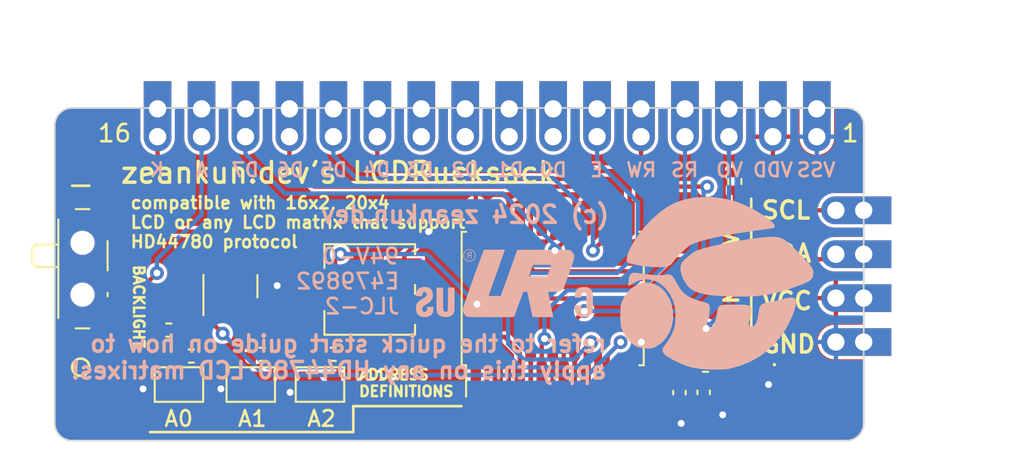
<source format=kicad_pcb>
(kicad_pcb (version 20221018) (generator pcbnew)
  (layers (0 "F.Cu" signal) (31 "B.Cu" signal) (34 "B.Paste" user) (35 "F.Paste" user) (36 "B.SilkS" user "B.Silkscreen") (37 "F.SilkS" user "F.Silkscreen") (38 "B.Mask" user) (39 "F.Mask" user) (44 "Edge.Cuts" user))
  (net 0 "")
  (net 1 "+5V")
  (net 2 "GND")
  (net 3 "Net-(D1-A)")
  (net 4 "/I2C_SCL")
  (net 5 "/I2C_SDA")
  (net 6 "Net-(J2-Pin_1)")
  (net 7 "Net-(J2-Pin_2)")
  (net 8 "/D7")
  (net 9 "/D6")
  (net 10 "/D5")
  (net 11 "/D4")
  (net 16 "/E")
  (net 17 "/RW")
  (net 18 "/RS")
  (net 19 "Net-(J2-Pin_14)")
  (net 20 "Net-(JP1-B)")
  (net 21 "Net-(JP2-B)")
  (net 22 "Net-(JP3-B)")
  (net 23 "/K")
  (footprint "Jumper:SolderJumper-2_P1.3mm_Open_TrianglePad1.0x1.5mm" (layer "F.Cu") (at 73.825 36.75)
    (fp_text reference "JP2" hide)
    (fp_text value "A1")
    (pad "1" smd custom (at -0.725 0) (size 0.3 0.3) (layers "F.Cu" "F.Mask") (net 2 "GND") (options (clearance outline) (anchor rect)) (primitives (gr_poly (pts (xy 1 0) (xy 0.5 0.75) (xy -0.5 0.75) (xy -0.5 -0.75) (xy 0.5 -0.75)) (width 0) (fill yes))))
    (pad "2" smd custom (at 0.725 0) (size 0.3 0.3) (layers "F.Cu" "F.Mask") (net 21 "Net-(JP2-B)") (options (clearance outline) (anchor rect)) (primitives (gr_poly (pts (xy 0.5 0.75) (xy -0.65 0.75) (xy -0.15 0) (xy -0.65 -0.75) (xy 0.5 -0.75)) (width 0) (fill yes))))
  )
  (footprint "Resistor_SMD:R_0402_1005Metric" (layer "F.Cu") (at 74.5 35)
    (fp_text reference "R4" hide)
    (fp_text value "1K")
    (pad "1" smd roundrect (at -0.51 0) (size 0.54 0.64) (layers "F.Cu" "F.Paste" "F.Mask") (net 1 "+5V"))
    (pad "2" smd roundrect (at 0.51 0) (size 0.54 0.64) (layers "F.Cu" "F.Paste" "F.Mask") (net 21 "Net-(JP2-B)"))
  )
  (footprint "Potentiometer_SMD:Potentiometer_Vishay_TS53YJ_Vertical" (layer "F.Cu") (at 80.7 31.25)
    (fp_text reference "RV1" hide)
    (fp_text value "Vishay_TS53YJ")
    (pad "1" smd rect (at 2 -1.15) (size 2 1.3) (layers "F.Cu" "F.Paste" "F.Mask") (net 2 "GND"))
    (pad "2" smd rect (at -2 0) (size 2 2) (layers "F.Cu" "F.Paste" "F.Mask") (net 19 "Net-(J2-Pin_14)"))
    (pad "3" smd rect (at 2 1.15) (size 2 1.3) (layers "F.Cu" "F.Paste" "F.Mask") (net 1 "+5V"))
  )
  (footprint "Resistor_SMD:R_0402_1005Metric" (layer "F.Cu") (at 100.11 35.63)
    (fp_text reference "R7" hide)
    (fp_text value "1K")
    (pad "1" smd roundrect (at -0.51 0) (size 0.54 0.64) (layers "F.Cu" "F.Paste" "F.Mask") (net 1 "+5V"))
    (pad "2" smd roundrect (at 0.51 0) (size 0.54 0.64) (layers "F.Cu" "F.Paste" "F.Mask") (net 3 "Net-(D1-A)"))
  )
  (footprint "Capacitor_SMD:C_0402_1005Metric" (layer "F.Cu") (at 98.6 37.22 -90)
    (fp_text reference "C1" hide)
    (fp_text value "0.8uF")
    (pad "1" smd roundrect (at -0.48 0 270) (size 0.56 0.62) (layers "F.Cu" "F.Paste" "F.Mask") (net 1 "+5V"))
    (pad "2" smd roundrect (at 0.48 0 270) (size 0.56 0.62) (layers "F.Cu" "F.Paste" "F.Mask") (net 2 "GND"))
  )
  (footprint "Package_SO:SOIC-16W_7.5x10.3mm_P1.27mm" (layer "F.Cu") (at 91.275 31.775 90)
    (fp_text reference "U1" hide)
    (fp_text value "PCF8574")
    (pad "1" smd roundrect (at -4.65 -4.445 90) (size 2.05 0.6) (layers "F.Cu" "F.Paste" "F.Mask") (net 22 "Net-(JP3-B)"))
    (pad "2" smd roundrect (at -4.65 -3.175 90) (size 2.05 0.6) (layers "F.Cu" "F.Paste" "F.Mask") (net 21 "Net-(JP2-B)"))
    (pad "3" smd roundrect (at -4.65 -1.905 90) (size 2.05 0.6) (layers "F.Cu" "F.Paste" "F.Mask") (net 20 "Net-(JP1-B)"))
    (pad "4" smd roundrect (at -4.65 -0.635 90) (size 2.05 0.6) (layers "F.Cu" "F.Paste" "F.Mask") (net 18 "/RS"))
    (pad "5" smd roundrect (at -4.65 0.635 90) (size 2.05 0.6) (layers "F.Cu" "F.Paste" "F.Mask") (net 17 "/RW"))
    (pad "6" smd roundrect (at -4.65 1.905 90) (size 2.05 0.6) (layers "F.Cu" "F.Paste" "F.Mask") (net 16 "/E"))
    (pad "7" smd roundrect (at -4.65 3.175 90) (size 2.05 0.6) (layers "F.Cu" "F.Paste" "F.Mask") (net 23 "/K"))
    (pad "8" smd roundrect (at -4.65 4.445 90) (size 2.05 0.6) (layers "F.Cu" "F.Paste" "F.Mask") (net 2 "GND"))
    (pad "9" smd roundrect (at 4.65 4.445 90) (size 2.05 0.6) (layers "F.Cu" "F.Paste" "F.Mask") (net 11 "/D4"))
    (pad "10" smd roundrect (at 4.65 3.175 90) (size 2.05 0.6) (layers "F.Cu" "F.Paste" "F.Mask") (net 10 "/D5"))
    (pad "11" smd roundrect (at 4.65 1.905 90) (size 2.05 0.6) (layers "F.Cu" "F.Paste" "F.Mask") (net 9 "/D6"))
    (pad "12" smd roundrect (at 4.65 0.635 90) (size 2.05 0.6) (layers "F.Cu" "F.Paste" "F.Mask") (net 8 "/D7"))
    (pad "13" smd roundrect (at 4.65 -0.635 90) (size 2.05 0.6) (layers "F.Cu" "F.Paste" "F.Mask"))
    (pad "14" smd roundrect (at 4.65 -1.905 90) (size 2.05 0.6) (layers "F.Cu" "F.Paste" "F.Mask") (net 4 "/I2C_SCL"))
    (pad "15" smd roundrect (at 4.65 -3.175 90) (size 2.05 0.6) (layers "F.Cu" "F.Paste" "F.Mask") (net 5 "/I2C_SDA"))
    (pad "16" smd roundrect (at 4.65 -4.445 90) (size 2.05 0.6) (layers "F.Cu" "F.Paste" "F.Mask") (net 1 "+5V"))
  )
  (footprint "Resistor_SMD:R_0402_1005Metric" (layer "F.Cu") (at 70.39 35.1)
    (fp_text reference "R5" hide)
    (fp_text value "1K")
    (pad "1" smd roundrect (at -0.51 0) (size 0.54 0.64) (layers "F.Cu" "F.Paste" "F.Mask") (net 1 "+5V"))
    (pad "2" smd roundrect (at 0.51 0) (size 0.54 0.64) (layers "F.Cu" "F.Paste" "F.Mask") (net 22 "Net-(JP3-B)"))
  )
  (footprint "LED_SMD:LED_0402_1005Metric" (layer "F.Cu") (at 103 35.6 180)
    (fp_text reference "D1" hide)
    (fp_text value "BLUE")
    (pad "1" smd roundrect (at -0.485 0 180) (size 0.59 0.64) (layers "F.Cu" "F.Paste" "F.Mask") (net 2 "GND"))
    (pad "2" smd roundrect (at 0.485 0 180) (size 0.59 0.64) (layers "F.Cu" "F.Paste" "F.Mask") (net 3 "Net-(D1-A)"))
  )
  (footprint "Button_Switch_SMD:SW_SPDT_PCM12" (layer "F.Cu") (at 64.43 30.05 -90)
    (fp_text reference "SW1" hide)
    (fp_text value "SPDT_PCM12")
    (pad "" smd rect (at -3.65 -0.78 270) (size 1 0.8) (layers "F.Cu" "F.Paste" "F.Mask"))
    (pad "" smd rect (at -3.65 1.43 270) (size 1 0.8) (layers "F.Cu" "F.Paste" "F.Mask"))
    (pad "" np_thru_hole circle (at -1.5 0.33 270) (size 0.9 0.9) (drill 0.9) (layers "*.Cu" "*.Mask"))
    (pad "" np_thru_hole circle (at 1.5 0.33 270) (size 0.9 0.9) (drill 0.9) (layers "*.Cu" "*.Mask"))
    (pad "" smd rect (at 3.65 -0.78 270) (size 1 0.8) (layers "F.Cu" "F.Paste" "F.Mask"))
    (pad "" smd rect (at 3.65 1.43 270) (size 1 0.8) (layers "F.Cu" "F.Paste" "F.Mask"))
    (pad "1" smd rect (at -2.25 -1.43 270) (size 0.7 1.5) (layers "F.Cu" "F.Paste" "F.Mask") (net 1 "+5V"))
    (pad "2" smd rect (at 0.75 -1.43 270) (size 0.7 1.5) (layers "F.Cu" "F.Paste" "F.Mask") (net 7 "Net-(J2-Pin_2)"))
    (pad "3" smd rect (at 2.25 -1.43 270) (size 0.7 1.5) (layers "F.Cu" "F.Paste" "F.Mask"))
  )
  (footprint "Resistor_SMD:R_0402_1005Metric" (layer "F.Cu") (at 78.59 35)
    (fp_text reference "R3" hide)
    (fp_text value "1K")
    (pad "1" smd roundrect (at -0.51 0) (size 0.54 0.64) (layers "F.Cu" "F.Paste" "F.Mask") (net 1 "+5V"))
    (pad "2" smd roundrect (at 0.51 0) (size 0.54 0.64) (layers "F.Cu" "F.Paste" "F.Mask") (net 20 "Net-(JP1-B)"))
  )
  (footprint "Resistor_SMD:R_0402_1005Metric" (layer "F.Cu") (at 101.8 25 -90)
    (fp_text reference "R2" hide)
    (fp_text value "4.7K")
    (pad "1" smd roundrect (at -0.51 0 270) (size 0.54 0.64) (layers "F.Cu" "F.Paste" "F.Mask") (net 1 "+5V"))
    (pad "2" smd roundrect (at 0.51 0 270) (size 0.54 0.64) (layers "F.Cu" "F.Paste" "F.Mask") (net 4 "/I2C_SCL"))
  )
  (footprint "Jumper:SolderJumper-2_P1.3mm_Open_TrianglePad1.0x1.5mm" (layer "F.Cu") (at 69.675 36.75)
    (fp_text reference "JP3" hide)
    (fp_text value "A0")
    (pad "1" smd custom (at -0.725 0) (size 0.3 0.3) (layers "F.Cu" "F.Mask") (net 2 "GND") (options (clearance outline) (anchor rect)) (primitives (gr_poly (pts (xy 1 0) (xy 0.5 0.75) (xy -0.5 0.75) (xy -0.5 -0.75) (xy 0.5 -0.75)) (width 0) (fill yes))))
    (pad "2" smd custom (at 0.725 0) (size 0.3 0.3) (layers "F.Cu" "F.Mask") (net 22 "Net-(JP3-B)") (options (clearance outline) (anchor rect)) (primitives (gr_poly (pts (xy 0.5 0.75) (xy -0.65 0.75) (xy -0.15 0) (xy -0.65 -0.75) (xy 0.5 -0.75)) (width 0) (fill yes))))
  )
  (footprint "Resistor_SMD:R_0402_1005Metric" (layer "F.Cu") (at 99.39 30.6 180)
    (fp_text reference "R1" hide)
    (fp_text value "4.7K")
    (pad "1" smd roundrect (at -0.51 0 180) (size 0.54 0.64) (layers "F.Cu" "F.Paste" "F.Mask") (net 1 "+5V"))
    (pad "2" smd roundrect (at 0.51 0 180) (size 0.54 0.64) (layers "F.Cu" "F.Paste" "F.Mask") (net 5 "/I2C_SDA"))
  )
  (footprint "Capacitor_SMD:C_0402_1005Metric" (layer "F.Cu") (at 100 37.2 -90)
    (fp_text reference "C2" hide)
    (fp_text value "0.8uF")
    (pad "1" smd roundrect (at -0.48 0 270) (size 0.56 0.62) (layers "F.Cu" "F.Paste" "F.Mask") (net 1 "+5V"))
    (pad "2" smd roundrect (at 0.48 0 270) (size 0.56 0.62) (layers "F.Cu" "F.Paste" "F.Mask") (net 2 "GND"))
  )
  (footprint "Package_TO_SOT_SMD:SOT-23" (layer "F.Cu") (at 72.65 31.0625 90)
    (fp_text reference "Q1" hide)
    (fp_text value "BC847")
    (pad "1" smd roundrect (at -0.9375 -0.95 90) (size 1.475 0.6) (layers "F.Cu" "F.Paste" "F.Mask") (net 23 "/K"))
    (pad "2" smd roundrect (at -0.9375 0.95 90) (size 1.475 0.6) (layers "F.Cu" "F.Paste" "F.Mask") (net 2 "GND"))
    (pad "3" smd roundrect (at 0.9375 0 90) (size 1.475 0.6) (layers "F.Cu" "F.Paste" "F.Mask") (net 6 "Net-(J2-Pin_1)"))
  )
  (footprint "SMD-TH-Connector:Conn_01x04_2.54mm" (layer "F.Cu") (at 109.39 30.58 180)
    (fp_text reference "J1" hide)
    (fp_text value "I2C_INTERFACE")
    (pad "1" thru_hole rect (at 0.14 -3.71 180) (size 3.2 1.6) (drill 1) (layers "*.Cu" "*.Mask") (net 2 "GND"))
    (pad "1" thru_hole oval (at 1.75 -3.71 180) (size 1.7 1.6) (drill 1) (layers "*.Cu" "*.Mask") (net 2 "GND"))
    (pad "2" thru_hole rect (at 0.14 -1.17 180) (size 3.2 1.6) (drill 1) (layers "*.Cu" "*.Mask") (net 1 "+5V"))
    (pad "2" thru_hole oval (at 1.75 -1.17 180) (size 1.7 1.6) (drill 1) (layers "*.Cu" "*.Mask") (net 1 "+5V"))
    (pad "3" thru_hole rect (at 0.14 1.37 180) (size 3.2 1.6) (drill 1) (layers "*.Cu" "*.Mask") (net 5 "/I2C_SDA"))
    (pad "3" thru_hole oval (at 1.75 1.37 180) (size 1.7 1.6) (drill 1) (layers "*.Cu" "*.Mask") (net 5 "/I2C_SDA"))
    (pad "4" thru_hole rect (at 0.14 3.91 180) (size 3.2 1.6) (drill 1) (layers "*.Cu" "*.Mask") (net 4 "/I2C_SCL"))
    (pad "4" thru_hole oval (at 1.75 3.91 180) (size 1.7 1.6) (drill 1) (layers "*.Cu" "*.Mask") (net 4 "/I2C_SCL"))
  )
  (footprint "Resistor_SMD:R_0402_1005Metric" (layer "F.Cu") (at 69.09 33.6)
    (fp_text reference "R6" hide)
    (fp_text value "4.7K")
    (pad "1" smd roundrect (at -0.51 0) (size 0.54 0.64) (layers "F.Cu" "F.Paste" "F.Mask") (net 1 "+5V"))
    (pad "2" smd roundrect (at 0.51 0) (size 0.54 0.64) (layers "F.Cu" "F.Paste" "F.Mask") (net 23 "/K"))
  )
  (footprint "Jumper:SolderJumper-2_P1.3mm_Open_TrianglePad1.0x1.5mm" (layer "F.Cu") (at 77.825 36.75)
    (fp_text reference "JP1" hide)
    (fp_text value "A2")
    (pad "1" smd custom (at -0.725 0) (size 0.3 0.3) (layers "F.Cu" "F.Mask") (net 2 "GND") (options (clearance outline) (anchor rect)) (primitives (gr_poly (pts (xy 1 0) (xy 0.5 0.75) (xy -0.5 0.75) (xy -0.5 -0.75) (xy 0.5 -0.75)) (width 0) (fill yes))))
    (pad "2" smd custom (at 0.725 0) (size 0.3 0.3) (layers "F.Cu" "F.Mask") (net 20 "Net-(JP1-B)") (options (clearance outline) (anchor rect)) (primitives (gr_poly (pts (xy 0.5 0.75) (xy -0.65 0.75) (xy -0.15 0) (xy -0.65 -0.75) (xy 0.5 -0.75)) (width 0) (fill yes))))
  )
  (footprint "SMD-TH-Connector:Conn_01x16_2.54mm" (layer "B.Cu") (at 86.05 21.55 -90)
    (fp_text reference "J2" hide)
    (fp_text value "LCD_INTERFACE")
    (pad "1" thru_hole rect (at -0.75 17.61 270) (size 3.2 1.6) (drill 1) (layers "*.Cu" "*.Mask") (net 6 "Net-(J2-Pin_1)"))
    (pad "1" thru_hole oval (at 0.86 17.61 270) (size 1.7 1.6) (drill 1) (layers "*.Cu" "*.Mask") (net 6 "Net-(J2-Pin_1)"))
    (pad "2" thru_hole rect (at -0.75 15.07 270) (size 3.2 1.6) (drill 1) (layers "*.Cu" "*.Mask") (net 7 "Net-(J2-Pin_2)"))
    (pad "2" thru_hole oval (at 0.86 15.07 270) (size 1.7 1.6) (drill 1) (layers "*.Cu" "*.Mask") (net 7 "Net-(J2-Pin_2)"))
    (pad "3" thru_hole rect (at -0.75 12.53 270) (size 3.2 1.6) (drill 1) (layers "*.Cu" "*.Mask") (net 8 "/D7"))
    (pad "3" thru_hole oval (at 0.86 12.53 270) (size 1.7 1.6) (drill 1) (layers "*.Cu" "*.Mask") (net 8 "/D7"))
    (pad "4" thru_hole rect (at -0.75 9.99 270) (size 3.2 1.6) (drill 1) (layers "*.Cu" "*.Mask") (net 9 "/D6"))
    (pad "4" thru_hole oval (at 0.86 9.99 270) (size 1.7 1.6) (drill 1) (layers "*.Cu" "*.Mask") (net 9 "/D6"))
    (pad "5" thru_hole rect (at -0.75 7.45 270) (size 3.2 1.6) (drill 1) (layers "*.Cu" "*.Mask") (net 10 "/D5"))
    (pad "5" thru_hole oval (at 0.86 7.45 270) (size 1.7 1.6) (drill 1) (layers "*.Cu" "*.Mask") (net 10 "/D5"))
    (pad "6" thru_hole rect (at -0.75 4.91 270) (size 3.2 1.6) (drill 1) (layers "*.Cu" "*.Mask") (net 11 "/D4"))
    (pad "6" thru_hole oval (at 0.86 4.91 270) (size 1.7 1.6) (drill 1) (layers "*.Cu" "*.Mask") (net 11 "/D4"))
    (pad "7" thru_hole rect (at -0.75 2.37 270) (size 3.2 1.6) (drill 1) (layers "*.Cu" "*.Mask"))
    (pad "7" thru_hole oval (at 0.86 2.37 270) (size 1.7 1.6) (drill 1) (layers "*.Cu" "*.Mask"))
    (pad "8" thru_hole rect (at -0.75 -0.17 270) (size 3.2 1.6) (drill 1) (layers "*.Cu" "*.Mask"))
    (pad "8" thru_hole oval (at 0.86 -0.17 270) (size 1.7 1.6) (drill 1) (layers "*.Cu" "*.Mask"))
    (pad "9" thru_hole rect (at -0.75 -2.71 270) (size 3.2 1.6) (drill 1) (layers "*.Cu" "*.Mask"))
    (pad "9" thru_hole oval (at 0.86 -2.71 270) (size 1.7 1.6) (drill 1) (layers "*.Cu" "*.Mask"))
    (pad "10" thru_hole rect (at -0.75 -5.25 270) (size 3.2 1.6) (drill 1) (layers "*.Cu" "*.Mask"))
    (pad "10" thru_hole oval (at 0.86 -5.25 270) (size 1.7 1.6) (drill 1) (layers "*.Cu" "*.Mask"))
    (pad "11" thru_hole rect (at -0.75 -7.79 270) (size 3.2 1.6) (drill 1) (layers "*.Cu" "*.Mask") (net 16 "/E"))
    (pad "11" thru_hole oval (at 0.86 -7.79 270) (size 1.7 1.6) (drill 1) (layers "*.Cu" "*.Mask") (net 16 "/E"))
    (pad "12" thru_hole rect (at -0.75 -10.33 270) (size 3.2 1.6) (drill 1) (layers "*.Cu" "*.Mask") (net 17 "/RW"))
    (pad "12" thru_hole oval (at 0.86 -10.33 270) (size 1.7 1.6) (drill 1) (layers "*.Cu" "*.Mask") (net 17 "/RW"))
    (pad "13" thru_hole rect (at -0.75 -12.87 270) (size 3.2 1.6) (drill 1) (layers "*.Cu" "*.Mask") (net 18 "/RS"))
    (pad "13" thru_hole oval (at 0.86 -12.87 270) (size 1.7 1.6) (drill 1) (layers "*.Cu" "*.Mask") (net 18 "/RS"))
    (pad "14" thru_hole rect (at -0.75 -15.41 270) (size 3.2 1.6) (drill 1) (layers "*.Cu" "*.Mask") (net 19 "Net-(J2-Pin_14)"))
    (pad "14" thru_hole oval (at 0.86 -15.41 270) (size 1.7 1.6) (drill 1) (layers "*.Cu" "*.Mask") (net 19 "Net-(J2-Pin_14)"))
    (pad "15" thru_hole rect (at -0.75 -17.95 270) (size 3.2 1.6) (drill 1) (layers "*.Cu" "*.Mask") (net 1 "+5V"))
    (pad "15" thru_hole oval (at 0.86 -17.95 270) (size 1.7 1.6) (drill 1) (layers "*.Cu" "*.Mask") (net 1 "+5V"))
    (pad "16" thru_hole rect (at -0.75 -20.49 270) (size 3.2 1.6) (drill 1) (layers "*.Cu" "*.Mask") (net 2 "GND"))
    (pad "16" thru_hole oval (at 0.86 -20.49 270) (size 1.7 1.6) (drill 1) (layers "*.Cu" "*.Mask") (net 2 "GND"))
  )
  (footprint "LOGO" (layer "B.Cu") (at 88.5 31 180)
    (fp_text reference "G***" hide)
    (fp_text value "LOGO" hide)
  )
  (footprint "LOGO" (layer "B.Cu") (at 100.75 30.9 180)
    (fp_text reference "G***" hide)
    (fp_text value "LOGO" hide)
  )
  (gr_line (start 64.5 25.25) (end 63.5 25.25) (stroke (width 0.15)) (layer "F.SilkS"))
  (gr_line (start 79.75 39.5) (end 79.5 39.5) (stroke (width 0.15)) (layer "F.SilkS"))
  (gr_line (start 79.75 38) (end 79.75 39.5) (stroke (width 0.15)) (layer "F.SilkS"))
  (gr_circle (center 64 35.75) (end 64.5 35.75) (stroke (width 0.15)) (fill none) (layer "F.SilkS"))
  (gr_line (start 68 39.5) (end 79.5 39.5) (stroke (width 0.15)) (layer "F.SilkS"))
  (gr_line (start 86 38) (end 79.75 38) (stroke (width 0.15)) (layer "F.SilkS"))
  (gr_line (start 102.75 26) (end 102.75 35) (stroke (width 0.15)) (layer "F.SilkS"))
  (gr_arc (start 62.5 21.75) (mid 62.792893 21.042893) (end 63.5 20.75) (stroke (width 0.1)) (layer "Edge.Cuts"))
  (gr_arc (start 109.25 38.992893) (mid 108.957107 39.7) (end 108.25 39.992893) (stroke (width 0.1)) (layer "Edge.Cuts"))
  (gr_line (start 108.25 20.75) (end 63.5 20.75) (stroke (width 0.1)) (layer "Edge.Cuts"))
  (gr_arc (start 63.5 39.992893) (mid 62.792893 39.7) (end 62.5 38.992893) (stroke (width 0.1)) (layer "Edge.Cuts"))
  (gr_arc (start 108.25 20.75) (mid 108.957107 21.042893) (end 109.25 21.75) (stroke (width 0.1)) (layer "Edge.Cuts"))
  (gr_line (start 63.5 39.992893) (end 108.25 39.992893) (stroke (width 0.1)) (layer "Edge.Cuts"))
  (gr_line (start 62.5 21.75) (end 62.5 38.992893) (stroke (width 0.1)) (layer "Edge.Cuts"))
  (gr_line (start 109.25 38.992893) (end 109.25 21.75) (stroke (width 0.1)) (layer "Edge.Cuts"))
  (gr_text "VSS" (at 106.5 24.8) (layer "B.SilkS") (effects (font (size 0.8 0.8)) (justify bottom mirror)))
  (gr_text "D5" (at 78.6 24.8) (layer "B.SilkS") (effects (font (size 0.8 0.8)) (justify bottom mirror)))
  (gr_text "D2" (at 86.2 24.8) (layer "B.SilkS") (effects (font (size 0.8 0.8)) (justify bottom mirror)))
  (gr_text "refer to the quick start guide on how to\napply this on any HD44780 LCD matrixes!" (at 94.5 36.5) (layer "B.SilkS") (effects (font (size 0.96 0.96) (thickness 0.2) bold) (justify left bottom mirror)))
  (gr_text "D3" (at 83.6 24.8) (layer "B.SilkS") (effects (font (size 0.8 0.8)) (justify bottom mirror)))
  (gr_text "D7" (at 73.5 24.8) (layer "B.SilkS") (effects (font (size 0.8 0.8)) (justify bottom mirror)))
  (gr_text "E" (at 93.8 24.8) (layer "B.SilkS") (effects (font (size 0.8 0.8)) (justify bottom mirror)))
  (gr_text "D4" (at 81.1 24.8) (layer "B.SilkS") (effects (font (size 0.8 0.8)) (justify bottom mirror)))
  (gr_text "VDD" (at 104 24.8) (layer "B.SilkS") (effects (font (size 0.8 0.8)) (justify bottom mirror)))
  (gr_text "D0" (at 91.3 24.8) (layer "B.SilkS") (effects (font (size 0.8 0.8)) (justify bottom mirror)))
  (gr_text "94V-0\nE479892\nJLC-2" (at 82.5 32.75) (layer "B.SilkS") (effects (font (size 0.9 0.9)) (justify left bottom mirror)))
  (gr_text "VO" (at 101.5 24.8) (layer "B.SilkS") (effects (font (size 0.8 0.8)) (justify bottom mirror)))
  (gr_text "D6" (at 76.1 24.8) (layer "B.SilkS") (effects (font (size 0.8 0.8)) (justify bottom mirror)))
  (gr_text "D1" (at 88.8 24.8) (layer "B.SilkS") (effects (font (size 0.8 0.8)) (justify bottom mirror)))
  (gr_text "RW" (at 96.4 24.8) (layer "B.SilkS") (effects (font (size 0.8 0.8)) (justify bottom mirror)))
  (gr_text "RS" (at 98.9 24.8) (layer "B.SilkS") (effects (font (size 0.8 0.8)) (justify bottom mirror)))
  (gr_text "(c) 2024 zeankun.dev" (at 94.65 27.5) (layer "B.SilkS") (effects (font (size 1 1) (thickness 0.2) bold) (justify left bottom mirror)))
  (gr_text "K" (at 68.4 24.8) (layer "B.SilkS") (effects (font (size 0.8 0.8)) (justify bottom mirror)))
  (gr_text "A" (at 71 24.8) (layer "B.SilkS") (effects (font (size 0.8 0.8)) (justify bottom mirror)))
  (gr_text "SDA" (at 103.25 29.75) (layer "F.SilkS") (effects (font (size 1 1) (thickness 0.2) bold) (justify left bottom)))
  (gr_text "16" (at 64.9 22.8) (layer "F.SilkS") (effects (font (size 1 1)) (justify left bottom)))
  (gr_text "zeankun.dev's LCDRucksack" (at 66.2 25.2) (layer "F.SilkS") (effects (font (size 1.2 1.2) (thickness 0.2) bold) (justify left bottom)))
  (gr_text "SCL" (at 103.25 27.25) (layer "F.SilkS") (effects (font (size 1 1) (thickness 0.2) bold) (justify left bottom)))
  (gr_text "CONNECTIVITY" (at 102.08 34.66 90) (layer "F.SilkS") (effects (font (size 0.8 0.8) (thickness 0.2) bold) (justify left bottom)))
  (gr_text "A1" (at 73 39.25) (layer "F.SilkS") (effects (font (size 0.9 0.9)) (justify left bottom)))
  (gr_text "VCC" (at 103.25 32.5) (layer "F.SilkS") (effects (font (size 1 1) (thickness 0.2) bold) (justify left bottom)))
  (gr_text "A0" (at 68.75 39.25) (layer "F.SilkS") (effects (font (size 0.9 0.9)) (justify left bottom)))
  (gr_text "compatible with 16x2, 20x4\nLCD or any LCD matrix that support\nHD44780 protocol" (at 66.8 28.9) (layer "F.SilkS") (effects (font (size 0.7 0.7)) (justify left bottom)))
  (gr_text "GND" (at 103.25 35) (layer "F.SilkS") (effects (font (size 1 1) (thickness 0.2) bold) (justify left bottom)))
  (gr_text "ADDRESS \nDEFINITIONS" (at 80 37.5) (layer "F.SilkS") (effects (font (size 0.6 0.6)) (justify left bottom)))
  (gr_text "1" (at 107.9 22.8) (layer "F.SilkS") (effects (font (size 1 1)) (justify left bottom)))
  (gr_text "BACKLIGHT" (at 67 29.75 -90) (layer "F.SilkS") (effects (font (size 0.6 0.6)) (justify left bottom)))
  (gr_text "A2" (at 77 39.25) (layer "F.SilkS") (effects (font (size 0.9 0.9)) (justify left bottom)))
  (segment (start 76.3 37) (end 77.1 37) (width 0.25) (layer "F.Cu") (net 2))
  (segment (start 100.28 37.68) (end 101.1 38.5) (width 0.25) (layer "F.Cu") (net 2))
  (segment (start 98.6 38.9) (end 98.7 39) (width 0.25) (layer "F.Cu") (net 2))
  (segment (start 96.4 34.3) (end 95.72 34.98) (width 0.25) (layer "F.Cu") (net 2))
  (segment (start 103.75 36.75) (end 103.75 35.865) (width 0.25) (layer "F.Cu") (net 2))
  (segment (start 72.1 37) (end 73.1 37) (width 0.25) (layer "F.Cu") (net 2))
  (segment (start 76.1 37.2) (end 76.3 37) (width 0.25) (layer "F.Cu") (net 2))
  (segment (start 74.575 31.025) (end 73.6 32) (width 0.25) (layer "F.Cu") (net 2))
  (segment (start 103.75 35.865) (end 103.485 35.6) (width 0.25) (layer "F.Cu") (net 2))
  (segment (start 84.1 27.9) (end 82.7 29.3) (width 0.25) (layer "F.Cu") (net 2))
  (segment (start 100 37.68) (end 100.28 37.68) (width 0.25) (layer "F.Cu") (net 2))
  (segment (start 68.95 37) (end 67.6 37) (width 0.25) (layer "F.Cu") (net 2))
  (segment (start 95.72 34.98) (end 95.72 36.425) (width 0.25) (layer "F.Cu") (net 2))
  (segment (start 98.6 37.7) (end 98.6 38.9) (width 0.25) (layer "F.Cu") (net 2))
  (segment (start 82.7 29.3) (end 82.7 30.1) (width 0.25) (layer "F.Cu") (net 2))
  (segment (start 75.35 31.025) (end 74.575 31.025) (width 0.25) (layer "F.Cu") (net 2))
  (via (at 75.35 31.025) (size 0.8) (drill 0.4) (layers "F.Cu" "B.Cu") (net 2))
  (via (at 103.75 36.75) (size 0.8) (drill 0.4) (layers "F.Cu" "B.Cu") (net 2))
  (via (at 72.1 37) (size 0.8) (drill 0.4) (layers "F.Cu" "B.Cu") (net 2))
  (via (at 67.6 37) (size 0.8) (drill 0.4) (layers "F.Cu" "B.Cu") (net 2))
  (via (at 76.1 37.2) (size 0.8) (drill 0.4) (layers "F.Cu" "B.Cu") (net 2))
  (via (at 101.1 38.5) (size 0.8) (drill 0.4) (layers "F.Cu" "B.Cu") (net 2))
  (via (at 84.1 27.9) (size 0.8) (drill 0.4) (layers "F.Cu" "B.Cu") (net 2))
  (via (at 98.7 39) (size 0.8) (drill 0.4) (layers "F.Cu" "B.Cu") (net 2))
  (via (at 96.4 34.3) (size 0.8) (drill 0.4) (layers "F.Cu" "B.Cu") (net 2))
  (segment (start 100.62 35.63) (end 101.57 35.63) (width 0.25) (layer "F.Cu") (net 3))
  (segment (start 101.57 35.63) (end 101.6 35.6) (width 0.25) (layer "F.Cu") (net 3))
  (segment (start 101.6 35.6) (end 102.515 35.6) (width 0.25) (layer "F.Cu") (net 3))
  (segment (start 105.7 26.67) (end 107.64 26.67) (width 0.25) (layer "F.Cu") (net 4))
  (segment (start 90.2 30.2) (end 96.4 30.2) (width 0.25) (layer "F.Cu") (net 4))
  (segment (start 89.37 29.37) (end 90.2 30.2) (width 0.25) (layer "F.Cu") (net 4))
  (segment (start 102.1 26.67) (end 105.7 26.67) (width 0.25) (layer "F.Cu") (net 4))
  (segment (start 96.4 30.2) (end 99.93 26.67) (width 0.25) (layer "F.Cu") (net 4))
  (segment (start 89.37 26.5) (end 89.37 29.37) (width 0.25) (layer "F.Cu") (net 4))
  (segment (start 101.8 26.37) (end 102.1 26.67) (width 0.25) (layer "F.Cu") (net 4))
  (segment (start 99.93 26.67) (end 102.1 26.67) (width 0.25) (layer "F.Cu") (net 4))
  (segment (start 101.8 25.51) (end 101.8 26.37) (width 0.25) (layer "F.Cu") (net 4))
  (segment (start 97.7 30.3) (end 96.9 31.1) (width 0.25) (layer "F.Cu") (net 5))
  (segment (start 106.2 29.5) (end 98.5 29.5) (width 0.25) (layer "F.Cu") (net 5))
  (segment (start 107.35 29.5) (end 106.2 29.5) (width 0.25) (layer "F.Cu") (net 5))
  (segment (start 98.88 30.6) (end 98 30.6) (width 0.25) (layer "F.Cu") (net 5))
  (segment (start 88.1 29.4) (end 88.1 26.5) (width 0.25) (layer "F.Cu") (net 5))
  (segment (start 98.5 29.5) (end 97.7 30.3) (width 0.25) (layer "F.Cu") (net 5))
  (segment (start 107.64 29.21) (end 107.35 29.5) (width 0.25) (layer "F.Cu") (net 5))
  (segment (start 98 30.6) (end 97.7 30.3) (width 0.25) (layer "F.Cu") (net 5))
  (segment (start 89.8 31.1) (end 88.1 29.4) (width 0.25) (layer "F.Cu") (net 5))
  (segment (start 96.9 31.1) (end 89.8 31.1) (width 0.25) (layer "F.Cu") (net 5))
  (segment (start 68.44 26.94) (end 68.44 22.6) (width 0.25) (layer "F.Cu") (net 6))
  (segment (start 69.4 27.9) (end 68.44 26.94) (width 0.25) (layer "F.Cu") (net 6))
  (segment (start 70.9 27.9) (end 69.4 27.9) (width 0.25) (layer "F.Cu") (net 6))
  (segment (start 72.5 29.5) (end 70.9 27.9) (width 0.25) (layer "F.Cu") (net 6))
  (segment (start 67.9 30.8) (end 65.86 30.8) (width 0.25) (layer "F.Cu") (net 7))
  (segment (start 68.4 30.3) (end 67.9 30.8) (width 0.25) (layer "F.Cu") (net 7))
  (via (at 68.4 30.3) (size 0.8) (drill 0.4) (layers "F.Cu" "B.Cu") (net 7))
  (segment (start 68.4 30.3) (end 68.4 29.5) (width 0.25) (layer "B.Cu") (net 7))
  (segment (start 68.4 29.5) (end 70.98 26.92) (width 0.25) (layer "B.Cu") (net 7))
  (segment (start 70.98 26.92) (end 70.98 22.6) (width 0.25) (layer "B.Cu") (net 7))
  (segment (start 91.4 29) (end 91.91 28.49) (width 0.25) (layer "F.Cu") (net 8))
  (segment (start 91.91 28.49) (end 91.91 27.125) (width 0.25) (layer "F.Cu") (net 8))
  (via (at 91.4 29) (size 0.8) (drill 0.4) (layers "F.Cu" "B.Cu") (net 8))
  (segment (start 75.8 25.7) (end 73.52 23.42) (width 0.25) (layer "B.Cu") (net 8))
  (segment (start 91.4 29) (end 91.4 28.7) (width 0.25) (layer "B.Cu") (net 8))
  (segment (start 73.52 23.42) (end 73.52 22.6) (width 0.25) (layer "B.Cu") (net 8))
  (segment (start 88.4 25.7) (end 75.8 25.7) (width 0.25) (layer "B.Cu") (net 8))
  (segment (start 91.4 28.7) (end 88.4 25.7) (width 0.25) (layer "B.Cu") (net 8))
  (segment (start 93.18 25.68) (end 92.8 25.3) (width 0.25) (layer "F.Cu") (net 9))
  (segment (start 76.06 23.86) (end 76.06 22.6) (width 0.25) (layer "F.Cu") (net 9))
  (segment (start 92.8 25.3) (end 77.5 25.3) (width 0.25) (layer "F.Cu") (net 9))
  (segment (start 93.18 26.5) (end 93.18 25.68) (width 0.25) (layer "F.Cu") (net 9))
  (segment (start 77.5 25.3) (end 76.06 23.86) (width 0.25) (layer "F.Cu") (net 9))
  (segment (start 94.45 28.15) (end 94.45 27.125) (width 0.25) (layer "F.Cu") (net 10))
  (segment (start 93.6 29) (end 94.45 28.15) (width 0.25) (layer "F.Cu") (net 10))
  (via (at 93.6 29) (size 0.8) (drill 0.4) (layers "F.Cu" "B.Cu") (net 10))
  (segment (start 93.6 27.1) (end 91.3 24.8) (width 0.25) (layer "B.Cu") (net 10))
  (segment (start 78.6 23.5) (end 78.6 22.6) (width 0.25) (layer "B.Cu") (net 10))
  (segment (start 91.3 24.8) (end 79.9 24.8) (width 0.25) (layer "B.Cu") (net 10))
  (segment (start 93.6 29) (end 93.6 27.1) (width 0.25) (layer "B.Cu") (net 10))
  (segment (start 79.9 24.8) (end 78.6 23.5) (width 0.25) (layer "B.Cu") (net 10))
  (segment (start 81.14 22.6) (end 81.14 23.79) (width 0.25) (layer "F.Cu") (net 11))
  (segment (start 81.75 24.4) (end 94.7 24.4) (width 0.25) (layer "F.Cu") (net 11))
  (segment (start 81.14 23.79) (end 81.75 24.4) (width 0.25) (layer "F.Cu") (net 11))
  (segment (start 95.72 25.42) (end 95.72 26.5) (width 0.25) (layer "F.Cu") (net 11))
  (segment (start 94.7 24.4) (end 95.72 25.42) (width 0.25) (layer "F.Cu") (net 11))
  (segment (start 93.18 34.62) (end 93.18 36.425) (width 0.25) (layer "F.Cu") (net 16))
  (segment (start 93.5 34.3) (end 93.18 34.62) (width 0.25) (layer "F.Cu") (net 16))
  (via (at 93.5 34.3) (size 0.8) (drill 0.4) (layers "F.Cu" "B.Cu") (net 16))
  (segment (start 92.5 35.3) (end 89.6 35.3) (width 0.25) (layer "B.Cu") (net 16))
  (segment (start 96.2 29.1) (end 96.2 26.2) (width 0.25) (layer "B.Cu") (net 16))
  (segment (start 96.2 26.2) (end 93.84 23.84) (width 0.25) (layer "B.Cu") (net 16))
  (segment (start 89.9 30.3) (end 95 30.3) (width 0.25) (layer "B.Cu") (net 16))
  (segment (start 93.84 23.84) (end 93.84 22.6) (width 0.25) (layer "B.Cu") (net 16))
  (segment (start 88.7 31.5) (end 89.9 30.3) (width 0.25) (layer "B.Cu") (net 16))
  (segment (start 93.5 34.3) (end 92.5 35.3) (width 0.25) (layer "B.Cu") (net 16))
  (segment (start 89.6 35.3) (end 88.7 34.4) (width 0.25) (layer "B.Cu") (net 16))
  (segment (start 95 30.3) (end 96.2 29.1) (width 0.25) (layer "B.Cu") (net 16))
  (segment (start 88.7 34.4) (end 88.7 31.5) (width 0.25) (layer "B.Cu") (net 16))
  (segment (start 91.91 36.425) (end 91.91 34.11) (width 0.25) (layer "F.Cu") (net 17))
  (segment (start 96.38 24.08) (end 96.38 22.6) (width 0.25) (layer "F.Cu") (net 17))
  (segment (start 93.1 32.5) (end 91.9 33.7) (width 0.25) (layer "F.Cu") (net 17))
  (segment (start 91.9 33.7) (end 91.9 34.1) (width 0.25) (layer "F.Cu") (net 17))
  (segment (start 100.2 25.3) (end 97.6 25.3) (width 0.25) (layer "F.Cu") (net 17))
  (segment (start 97.6 25.3) (end 96.38 24.08) (width 0.25) (layer "F.Cu") (net 17))
  (segment (start 91.91 34.11) (end 91.9 34.1) (width 0.25) (layer "F.Cu") (net 17))
  (via (at 100.2 25.3) (size 0.8) (drill 0.4) (layers "F.Cu" "B.Cu") (net 17))
  (via (at 93.1 32.5) (size 0.8) (drill 0.4) (layers "F.Cu" "B.Cu") (net 17))
  (segment (start 98.9 32.5) (end 93.1 32.5) (width 0.25) (layer "B.Cu") (net 17))
  (segment (start 100 31.4) (end 98.9 32.5) (width 0.25) (layer "B.Cu") (net 17))
  (segment (start 100.2 25.3) (end 100 25.5) (width 0.25) (layer "B.Cu") (net 17))
  (segment (start 100 25.5) (end 100 31.4) (width 0.25) (layer "B.Cu") (net 17))
  (segment (start 90.64 36.425) (end 90.64 34.26) (width 0.25) (layer "F.Cu") (net 18))
  (segment (start 90.64 34.26) (end 90.8 34.1) (width 0.25) (layer "F.Cu") (net 18))
  (via (at 90.8 34.1) (size 0.8) (drill 0.4) (layers "F.Cu" "B.Cu") (net 18))
  (segment (start 92.1 31.3) (end 96.3 31.3) (width 0.25) (layer "B.Cu") (net 18))
  (segment (start 90.8 32.6) (end 92.1 31.3) (width 0.25) (layer "B.Cu") (net 18))
  (segment (start 98.92 28.68) (end 98.92 22.6) (width 0.25) (layer "B.Cu") (net 18))
  (segment (start 96.3 31.3) (end 98.92 28.68) (width 0.25) (layer "B.Cu") (net 18))
  (segment (start 90.8 34.1) (end 90.8 32.6) (width 0.25) (layer "B.Cu") (net 18))
  (segment (start 87.225 31.775) (end 86.9 32.1) (width 0.25) (layer "F.Cu") (net 19))
  (segment (start 98.405 31.775) (end 87.225 31.775) (width 0.25) (layer "F.Cu") (net 19))
  (segment (start 78.7 29.5) (end 79 29.2) (width 0.25) (layer "F.Cu") (net 19))
  (segment (start 78.7 31.25) (end 78.7 29.5) (width 0.25) (layer "F.Cu") (net 19))
  (segment (start 100.14 33.51) (end 98.405 31.775) (width 0.25) (layer "F.Cu") (net 19))
  (via (at 100.14 33.51) (size 0.8) (drill 0.4) (layers "F.Cu" "B.Cu") (net 19))
  (via (at 86.9 32.1) (size 0.8) (drill 0.4) (layers "F.Cu" "B.Cu") (net 19))
  (via (at 79 29.2) (size 0.8) (drill 0.4) (layers "F.Cu" "B.Cu") (net 19))
  (segment (start 79 29.2) (end 84 29.2) (width 0.25) (layer "B.Cu") (net 19))
  (segment (start 100.14 33.51) (end 101.46 32.19) (width 0.25) (layer "B.Cu") (net 19))
  (segment (start 101.46 32.19) (end 101.46 22.6) (width 0.25) (layer "B.Cu") (net 19))
  (segment (start 84 29.2) (end 86.9 32.1) (width 0.25) (layer "B.Cu") (net 19))
  (segment (start 89.37 34.87) (end 89.37 36.425) (width 0.25) (layer "F.Cu") (net 20))
  (segment (start 82.9 34) (end 88.5 34) (width 0.25) (layer "F.Cu") (net 20))
  (segment (start 79.9 37) (end 82.9 34) (width 0.25) (layer "F.Cu") (net 20))
  (segment (start 78.9 36.65) (end 78.9 35.2) (width 0.25) (layer "F.Cu") (net 20))
  (segment (start 88.5 34) (end 89.37 34.87) (width 0.25) (layer "F.Cu") (net 20))
  (segment (start 78.9 35.2) (end 79.1 35) (width 0.25) (layer "F.Cu") (net 20))
  (segment (start 78.55 37) (end 78.9 36.65) (width 0.25) (layer "F.Cu") (net 20))
  (segment (start 78.55 37) (end 79.9 37) (width 0.25) (layer "F.Cu") (net 20))
  (segment (start 74.55 36.95) (end 74.55 37.55) (width 0.25) (layer "F.Cu") (net 21))
  (segment (start 75.01 35) (end 75.01 36.49) (width 0.25) (layer "F.Cu") (net 21))
  (segment (start 75.25 38.25) (end 79.3 38.25) (width 0.25) (layer "F.Cu") (net 21))
  (segment (start 74.55 37.55) (end 75.25 38.25) (width 0.25) (layer "F.Cu") (net 21))
  (segment (start 79.3 38.25) (end 83.1 34.45) (width 0.25) (layer "F.Cu") (net 21))
  (segment (start 88.1 35.2) (end 88.1 36.425) (width 0.25) (layer "F.Cu") (net 21))
  (segment (start 83.1 34.45) (end 87.35 34.45) (width 0.25) (layer "F.Cu") (net 21))
  (segment (start 75.01 36.49) (end 74.55 36.95) (width 0.25) (layer "F.Cu") (net 21))
  (segment (start 87.35 34.45) (end 88.1 35.2) (width 0.25) (layer "F.Cu") (net 21))
  (segment (start 86.83 36.425) (end 86.83 35.53) (width 0.25) (layer "F.Cu") (net 22))
  (segment (start 83.3 34.9) (end 79.45 38.75) (width 0.25) (layer "F.Cu") (net 22))
  (segment (start 70.4 37) (end 70.8 36.6) (width 0.25) (layer "F.Cu") (net 22))
  (segment (start 70.8 35.2) (end 70.9 35.1) (width 0.25) (layer "F.Cu") (net 22))
  (segment (start 70.4 37.9) (end 70.4 37) (width 0.25) (layer "F.Cu") (net 22))
  (segment (start 86.83 35.53) (end 86.2 34.9) (width 0.25) (layer "F.Cu") (net 22))
  (segment (start 71.25 38.75) (end 70.4 37.9) (width 0.25) (layer "F.Cu") (net 22))
  (segment (start 86.2 34.9) (end 83.3 34.9) (width 0.25) (layer "F.Cu") (net 22))
  (segment (start 79.45 38.75) (end 71.25 38.75) (width 0.25) (layer "F.Cu") (net 22))
  (segment (start 70.8 36.6) (end 70.8 35.2) (width 0.25) (layer "F.Cu") (net 22))
  (segment (start 95.2 34.3) (end 94.45 35.05) (width 0.25) (layer "F.Cu") (net 23))
  (segment (start 70.8 33.6) (end 71.35 33.05) (width 0.25) (layer "F.Cu") (net 23))
  (segment (start 71.35 33.05) (end 71.7 32.7) (width 0.25) (layer "F.Cu") (net 23))
  (segment (start 71.7 32.7) (end 71.7 32) (width 0.25) (layer "F.Cu") (net 23))
  (segment (start 72.2 33.8) (end 71.45 33.05) (width 0.25) (layer "F.Cu") (net 23))
  (segment (start 94.45 35.05) (end 94.45 36.425) (width 0.25) (layer "F.Cu") (net 23))
  (segment (start 71.6 31.425) (end 71.55 31.375) (width 0.25) (layer "F.Cu") (net 23))
  (segment (start 69.6 33.6) (end 70.8 33.6) (width 0.25) (layer "F.Cu") (net 23))
  (segment (start 71.45 33.05) (end 71.35 33.05) (width 0.25) (layer "F.Cu") (net 23))
  (via (at 72.2 33.8) (size 0.8) (drill 0.4) (layers "F.Cu" "B.Cu") (net 23))
  (via (at 95.2 34.3) (size 0.8) (drill 0.4) (layers "F.Cu" "B.Cu") (net 23))
  (segment (start 93.3 36.2) (end 74.6 36.2) (width 0.25) (layer "B.Cu") (net 23))
  (segment (start 93.75 35.75) (end 93.3 36.2) (width 0.25) (layer "B.Cu") (net 23))
  (segment (start 95.2 34.3) (end 93.75 35.75) (width 0.25) (layer "B.Cu") (net 23))
  (segment (start 74.6 36.2) (end 72.2 33.8) (width 0.25) (layer "B.Cu") (net 23))
  (zone (net 1) (net_name "+5V") (layer "F.Cu") (connect_pads (clearance 0.2)) (min_thickness 0.2) (fill yes (thermal_gap 0.25) (thermal_bridge_width 0.25))
    (polygon (pts (xy 110 20) (xy 62 20) (xy 62.175 41.3) (xy 109.975 40.8)))
  )
  (zone (net 2) (net_name "GND") (layer "B.Cu") (priority 1) (connect_pads (clearance 0.2)) (min_thickness 0.2) (fill yes (thermal_gap 0.25) (thermal_bridge_width 0.25))
    (polygon (pts (xy 110 20) (xy 109.975 41.125) (xy 61.975 41.125) (xy 62 20)))
  )
)
</source>
